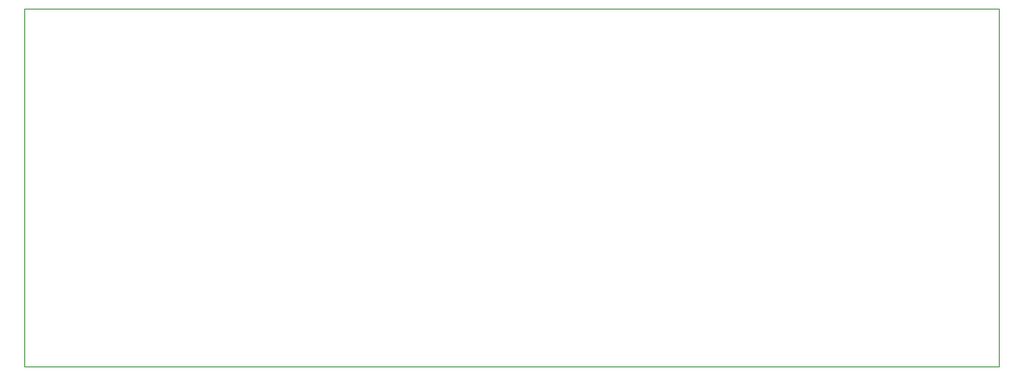
<source format=gbr>
G04 #@! TF.GenerationSoftware,KiCad,Pcbnew,(5.1.10)-1*
G04 #@! TF.CreationDate,2021-10-04T11:48:13+02:00*
G04 #@! TF.ProjectId,esp32-imu,65737033-322d-4696-9d75-2e6b69636164,v0.1.0*
G04 #@! TF.SameCoordinates,Original*
G04 #@! TF.FileFunction,Profile,NP*
%FSLAX46Y46*%
G04 Gerber Fmt 4.6, Leading zero omitted, Abs format (unit mm)*
G04 Created by KiCad (PCBNEW (5.1.10)-1) date 2021-10-04 11:48:13*
%MOMM*%
%LPD*%
G01*
G04 APERTURE LIST*
G04 #@! TA.AperFunction,Profile*
%ADD10C,0.050000*%
G04 #@! TD*
G04 APERTURE END LIST*
D10*
X198212400Y-82289960D02*
X103212400Y-82289960D01*
X198212400Y-117289960D02*
X198212400Y-82289960D01*
X103212400Y-117289960D02*
X198212400Y-117289960D01*
X103212400Y-82289960D02*
X103212400Y-117289960D01*
M02*

</source>
